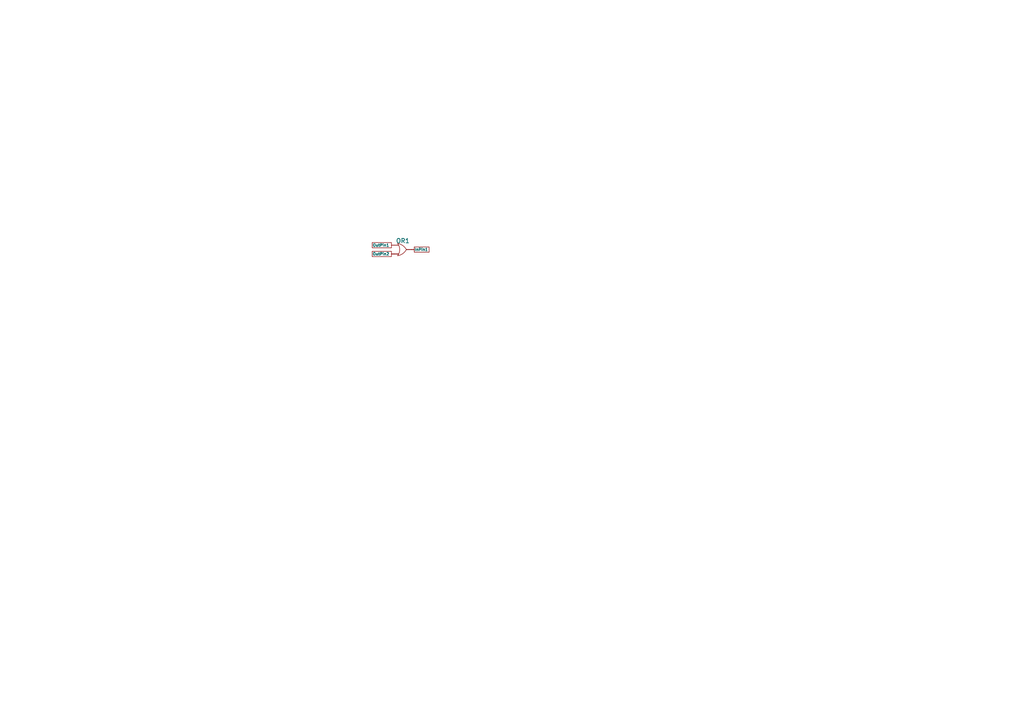
<source format=kicad_sch>
(kicad_sch (version 20230121) (generator eeschema)
  (paper "A4")
  (lib_symbols
    (symbol "Tests:InPin" (pin_numbers hide) (pin_names hide)
      (property "Reference" "InPin" (at 2.794 0 0))
      (symbol "InPin_0_1"
        (rectangle (start 0.762 0.762) (end 5.08 -0.762))
      )
      (symbol "InPin_1_1"
        (pin input line (at 0 0 0) (length 0.75) (name "In") (number "1"))
      )
    )
    (symbol "Tests:OutPin" (pin_numbers hide) (pin_names hide)
      (property "Reference" "OutPin" (at -4.064 0 0))
      (symbol "OutPin_0_1"
        (rectangle (start -6.35 0.762) (end -0.762 -0.762))
      )
      (symbol "OutPin_1_1"
        (pin output line (at 0 0 180) (length 0.75) (name "Out") (number "1"))
      )
    )
    (symbol "chip:OR" (pin_numbers hide) (pin_names hide)
      (property "Reference" "OR" (at 1.016 2.032 0))
      (symbol "OR_0_1"
        (arc (start -1.524 -1.778) (mid -0.9138 0) (end -1.524 1.778))
        (arc (start -1.524 -1.778) (mid -0.0433 -1.19) (end 1.016 0))
        (arc (start 1.016 0) (mid -0.0452 1.1873) (end -1.524 1.778))
      )
      (symbol "OR_1_1"
        (pin input line (at -2.54 1.27 0) (length 1.25) (name "IN0") (number "1"))
        (pin input line (at -2.54 -1.27 0) (length 1.25) (name "IN1") (number "2"))
        (pin output line (at 2.54 0 180) (length 1.5) (name "OUT") (number "3"))
      )
    )
  )
  (symbol (lib_id "chip:OR") (at 116.84 72.39 0) (unit 1)
    (property "Reference" "OR1" (at 116.84 69.85 0))
    (property "Value" "OR" (effects hide))
  )
  (symbol (lib_id "Tests:OutPin") (at 114.3 71.12 0) (unit 1)
    (property "Reference" "OutPin1" (at 110.49 71.12 0) (effects (font (size 0.8 0.8))))
    (property "Value" "OutPin" (effects hide))
  )
  (symbol (lib_id "Tests:OutPin") (at 114.3 73.66 0) (unit 1)
    (property "Reference" "OutPin2" (at 110.49 73.66 0) (effects (font (size 0.8 0.8))))
    (property "Value" "OutPin" (effects hide))
  )
  (symbol (lib_id "Tests:InPin") (at 119.38 72.39 0) (unit 1)
    (property "Reference" "InPin1" (at 122.174 72.39 0) (effects (font (size 0.8 0.8))))
    (property "Value" "InPin" (effects hide))
  )
)
</source>
